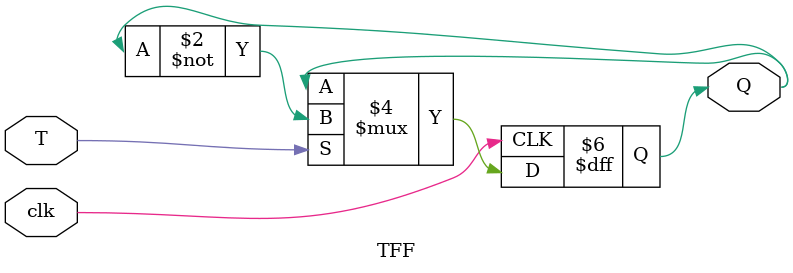
<source format=v>
`timescale 1ns / 1ps


module TFF (
  input wire T,
  input wire clk,
  output reg Q = 0
);

  always @(posedge clk) begin
    if (T) begin
      Q <= ~Q;
    end
  end

endmodule
</source>
